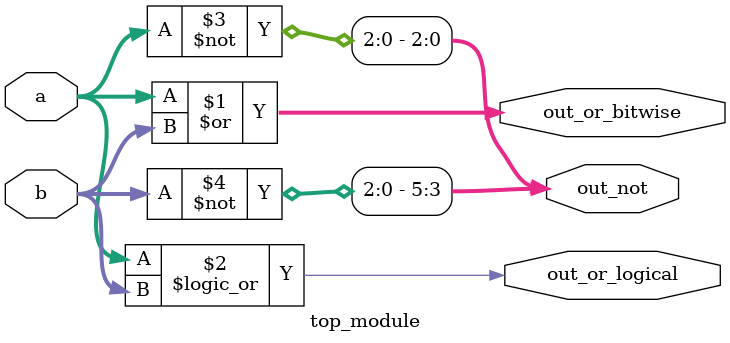
<source format=sv>
module top_module(
    input [2:0] a, 
    input [2:0] b, 
    output [2:0] out_or_bitwise,
    output out_or_logical,
    output [5:0] out_not
);

assign out_or_bitwise = a | b;
assign out_or_logical = a || b;
assign out_not = {~b, ~a};

endmodule

</source>
